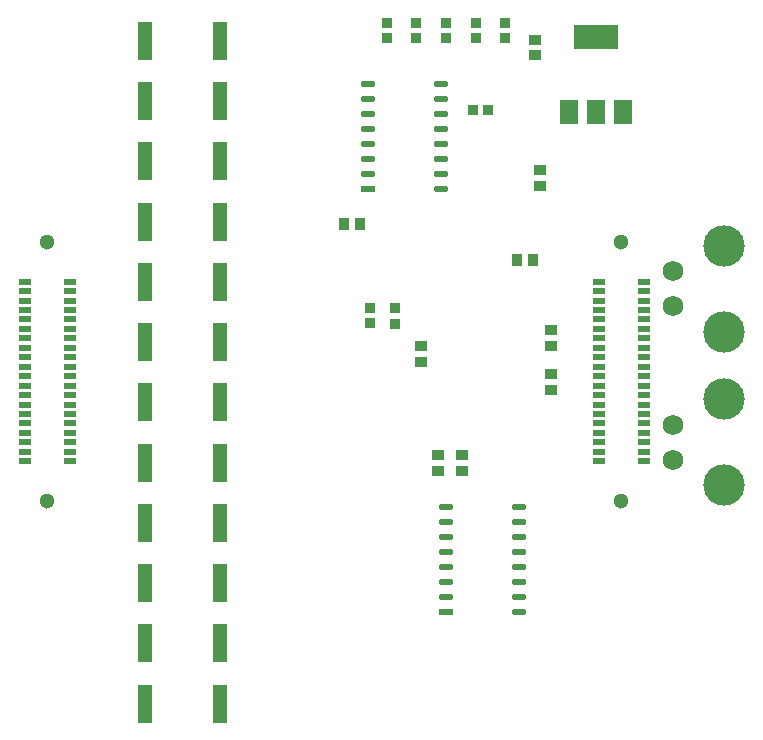
<source format=gbr>
%TF.GenerationSoftware,Altium Limited,Altium Designer,19.0.10 (269)*%
G04 Layer_Color=255*
%FSLAX26Y26*%
%MOIN*%
%TF.FileFunction,Pads,Bot*%
%TF.Part,Single*%
G01*
G75*
%TA.AperFunction,SMDPad,CuDef*%
%ADD10R,0.033465X0.037402*%
%ADD11R,0.037402X0.033465*%
%ADD17R,0.039370X0.035433*%
%TA.AperFunction,ComponentPad*%
%ADD24C,0.051181*%
%ADD25C,0.137795*%
%ADD26C,0.068898*%
%TA.AperFunction,SMDPad,CuDef*%
%ADD28R,0.149606X0.078740*%
%ADD29R,0.059055X0.078740*%
%TA.AperFunction,ConnectorPad*%
%ADD30R,0.037402X0.033465*%
%TA.AperFunction,SMDPad,CuDef*%
%ADD31O,0.051181X0.019685*%
%ADD32R,0.051181X0.019685*%
%ADD33R,0.035433X0.039370*%
%ADD34R,0.043307X0.019685*%
%ADD35R,0.049000X0.125000*%
D10*
X1667323Y2152559D02*
D03*
X1616142D02*
D03*
D11*
X1273622Y1491142D02*
D03*
Y1439961D02*
D03*
X1356299Y1438976D02*
D03*
Y1490157D02*
D03*
D17*
X1821850Y2332677D02*
D03*
Y2385827D02*
D03*
X1442913Y1364173D02*
D03*
Y1311024D02*
D03*
X1498799Y947500D02*
D03*
Y1000649D02*
D03*
X1581476Y948819D02*
D03*
Y1001968D02*
D03*
X1875984Y1218504D02*
D03*
Y1271653D02*
D03*
Y1418307D02*
D03*
Y1365158D02*
D03*
X1840551Y1950787D02*
D03*
Y1897638D02*
D03*
D24*
X2110236Y846457D02*
D03*
Y1712599D02*
D03*
X196850Y846457D02*
D03*
Y1712599D02*
D03*
D25*
X2453543Y1187008D02*
D03*
Y899606D02*
D03*
Y1698819D02*
D03*
Y1411417D02*
D03*
D26*
X2283465Y984252D02*
D03*
Y1102362D02*
D03*
Y1496063D02*
D03*
Y1614173D02*
D03*
D28*
X2026575Y2392717D02*
D03*
D29*
X1936024Y2144685D02*
D03*
X2026575D02*
D03*
X2117126D02*
D03*
D30*
X1329724Y2441929D02*
D03*
Y2390748D02*
D03*
X1428150Y2390748D02*
D03*
Y2441929D02*
D03*
X1526575Y2390748D02*
D03*
Y2441929D02*
D03*
X1625000Y2390748D02*
D03*
Y2441929D02*
D03*
X1723425Y2441929D02*
D03*
Y2390748D02*
D03*
D31*
X1770551Y827165D02*
D03*
Y777165D02*
D03*
Y727165D02*
D03*
Y677165D02*
D03*
Y627165D02*
D03*
Y577165D02*
D03*
Y527165D02*
D03*
Y477165D02*
D03*
X1526575Y827165D02*
D03*
Y777165D02*
D03*
Y727165D02*
D03*
Y677165D02*
D03*
Y627165D02*
D03*
Y577165D02*
D03*
Y527165D02*
D03*
X1509842Y2237402D02*
D03*
Y2187402D02*
D03*
Y2137402D02*
D03*
Y2087402D02*
D03*
Y2037402D02*
D03*
Y1987402D02*
D03*
Y1937402D02*
D03*
Y1887402D02*
D03*
X1265866Y2237402D02*
D03*
Y2187402D02*
D03*
Y2137402D02*
D03*
Y2087402D02*
D03*
Y2037402D02*
D03*
Y1987402D02*
D03*
Y1937402D02*
D03*
D32*
X1526575Y477165D02*
D03*
X1265866Y1887402D02*
D03*
D33*
X1239173Y1772638D02*
D03*
X1186024D02*
D03*
X1762795Y1651575D02*
D03*
X1815945D02*
D03*
D34*
X2185039Y980315D02*
D03*
X2035433D02*
D03*
X2185039Y1011811D02*
D03*
X2035433D02*
D03*
X2185039Y1043307D02*
D03*
X2035433D02*
D03*
X2185039Y1074803D02*
D03*
X2035433D02*
D03*
X2185039Y1106299D02*
D03*
X2035433D02*
D03*
X2185039Y1137795D02*
D03*
X2035433D02*
D03*
X2185039Y1169291D02*
D03*
X2035433D02*
D03*
X2185039Y1200787D02*
D03*
X2035433D02*
D03*
X2185039Y1232284D02*
D03*
X2035433D02*
D03*
X2185039Y1263780D02*
D03*
X2035433D02*
D03*
X2185039Y1295276D02*
D03*
X2035433D02*
D03*
X2185039Y1326772D02*
D03*
X2035433D02*
D03*
X2185039Y1358268D02*
D03*
X2035433D02*
D03*
X2185039Y1389764D02*
D03*
X2035433D02*
D03*
X2185039Y1421260D02*
D03*
X2035433D02*
D03*
X2185039Y1452756D02*
D03*
X2035433D02*
D03*
X2185039Y1484252D02*
D03*
X2035433D02*
D03*
X2185039Y1515748D02*
D03*
X2035433D02*
D03*
X2185039Y1547244D02*
D03*
X2035433D02*
D03*
X2185039Y1578740D02*
D03*
X2035433D02*
D03*
X271654Y980315D02*
D03*
X122047D02*
D03*
X271654Y1011811D02*
D03*
X122047D02*
D03*
X271654Y1043307D02*
D03*
X122047D02*
D03*
X271654Y1074803D02*
D03*
X122047D02*
D03*
X271654Y1106299D02*
D03*
X122047D02*
D03*
X271654Y1137795D02*
D03*
X122047D02*
D03*
X271654Y1169291D02*
D03*
X122047D02*
D03*
X271654Y1200787D02*
D03*
X122047D02*
D03*
X271654Y1232284D02*
D03*
X122047D02*
D03*
X271654Y1263780D02*
D03*
X122047D02*
D03*
X271654Y1295276D02*
D03*
X122047D02*
D03*
X271654Y1326772D02*
D03*
X122047D02*
D03*
X271654Y1358268D02*
D03*
X122047D02*
D03*
X271654Y1389764D02*
D03*
X122047D02*
D03*
X271654Y1421260D02*
D03*
X122047D02*
D03*
X271654Y1452756D02*
D03*
X122047D02*
D03*
X271654Y1484252D02*
D03*
X122047D02*
D03*
X271654Y1515748D02*
D03*
X122047D02*
D03*
X271654Y1547244D02*
D03*
X122047D02*
D03*
X271654Y1578740D02*
D03*
X122047D02*
D03*
D35*
X522591Y2380906D02*
D03*
X773591D02*
D03*
X522591Y2180118D02*
D03*
X773591D02*
D03*
X522591Y1979331D02*
D03*
X773591D02*
D03*
X522591Y1778543D02*
D03*
X773591D02*
D03*
X522591Y1577756D02*
D03*
X773591D02*
D03*
X522591Y1376969D02*
D03*
X773591D02*
D03*
X522591Y1176181D02*
D03*
X773591D02*
D03*
X522591Y975394D02*
D03*
X773591D02*
D03*
X522591Y774606D02*
D03*
X773591D02*
D03*
X522591Y573819D02*
D03*
X773591D02*
D03*
X522591Y373032D02*
D03*
X773591D02*
D03*
X522591Y172244D02*
D03*
X773591D02*
D03*
%TF.MD5,7dd19d433fa665cbf0ed17f26d4669f5*%
M02*

</source>
